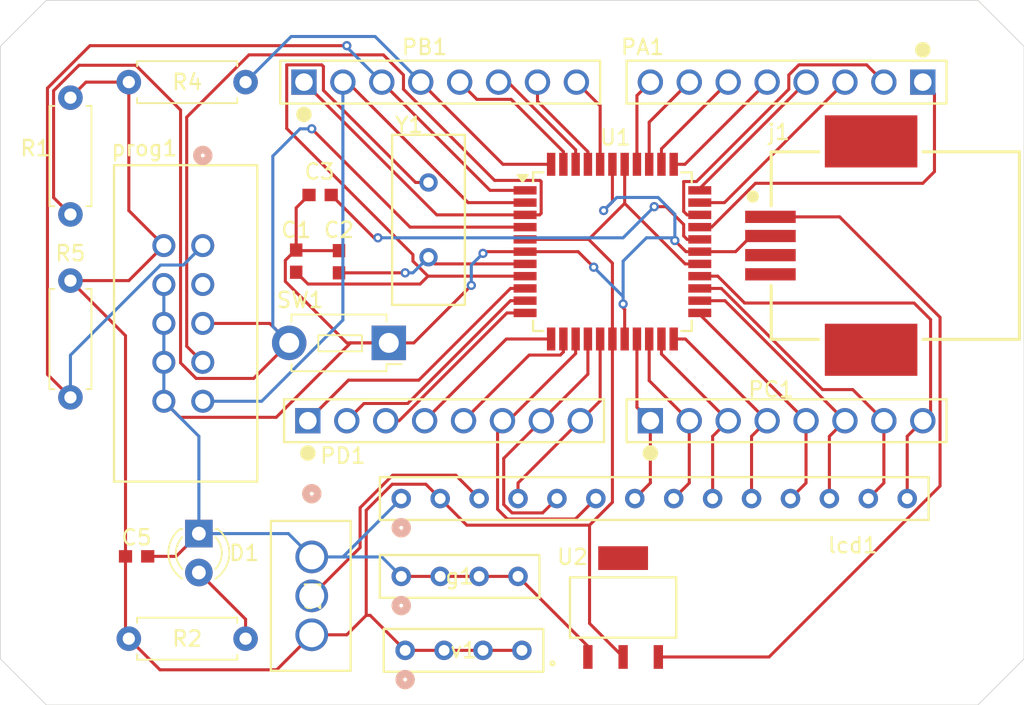
<source format=kicad_pcb>
(kicad_pcb (version 20240108) (generator "pcbnew") (generator_version "8.0")
  (layers (0 "F.Cu" signal) (31 "B.Cu" signal) (34 "B.Paste" user) (35 "F.Paste" user) (36 "B.SilkS" user "B.Silkscreen") (37 "F.SilkS" user "F.Silkscreen") (38 "B.Mask" user) (39 "F.Mask" user) (44 "Edge.Cuts" user))
  (net 0 "")
  (net 1 "/RESET")
  (net 2 "+5")
  (net 3 "Net-(D1-A)")
  (net 4 "Net-(U1-PB4_(~{SS}))")
  (net 5 "/MOSI")
  (net 6 "GND")
  (net 7 "/EN")
  (net 8 "/D2")
  (net 9 "/D6")
  (net 10 "Net-(U1-PD3_(INT1))")
  (net 11 "/D7")
  (net 12 "Net-(U1-PD2_(INT0))")
  (net 13 "Net-(U1-PB1_(T1))")
  (net 14 "/D5")
  (net 15 "Net-(U1-PA5_(ADC5))")
  (net 16 "Net-(U1-PA3_(ADC3))")
  (net 17 "/D4")
  (net 18 "Net-(U1-PB3_(OC0{slash}AIN1))")
  (net 19 "Net-(U1-PB0_(XCK{slash}T0))")
  (net 20 "/D3")
  (net 21 "Net-(U1-PD4_(OC1B))")
  (net 22 "/RS")
  (net 23 "Net-(U1-PB2_(INT2{slash}AIN0))")
  (net 24 "Net-(U1-PA0_(ADC0))")
  (net 25 "/MISO")
  (net 26 "/DO")
  (net 27 "/SCK")
  (net 28 "Net-(U1-XTAL2)")
  (net 29 "Net-(U1-PD1_(TXD))")
  (net 30 "/D1")
  (net 31 "Net-(U1-AREF)")
  (net 32 "Net-(U1-XTAL1)")
  (net 33 "Net-(U1-PA6_(ADC6))")
  (net 34 "Net-(U1-PA2_(ADC2))")
  (net 35 "/RW")
  (net 36 "Net-(U1-PA1_(ADC1))")
  (net 37 "Net-(U1-PD0_(RXD))")
  (net 38 "Net-(U1-PA7_(ADC7))")
  (net 39 "Net-(U1-PA4_(ADC4))")
  (net 40 "Net-(U2-IN)")
  (net 41 "Net-(R3-WIPER)")
  (footprint "J_footprints:CONN_SBH11-PBPC-D05-ST-BK_SUL" (layer "F.Cu") (at 144.018 52.07 -90)
    (property "Reference" "prog1" (at -6.35 3.81 0) (layer "F.SilkS"))
    (property "Value" "~")
    (pad "1" thru_hole circle (at 0 0 270) (size 1.4986 1.4986) (drill 0.9906) (layers "*.Cu" "*.Mask") (net 5 "/MOSI"))
    (pad "2" thru_hole circle (at 0 2.54 270) (size 1.4986 1.4986) (drill 0.9906) (layers "*.Cu" "*.Mask") (net 2 "+5"))
    (pad "3" thru_hole circle (at 2.54 0 270) (size 1.4986 1.4986) (drill 0.9906) (layers "*.Cu" "*.Mask"))
    (pad "4" thru_hole circle (at 2.54 2.54 270) (size 1.4986 1.4986) (drill 0.9906) (layers "*.Cu" "*.Mask") (net 6 "GND"))
    (pad "5" thru_hole circle (at 5.08 0 270) (size 1.4986 1.4986) (drill 0.9906) (layers "*.Cu" "*.Mask") (net 1 "/RESET"))
    (pad "6" thru_hole circle (at 5.08 2.54 270) (size 1.4986 1.4986) (drill 0.9906) (layers "*.Cu" "*.Mask") (net 6 "GND"))
    (pad "7" thru_hole circle (at 7.62 0 270) (size 1.4986 1.4986) (drill 0.9906) (layers "*.Cu" "*.Mask") (net 27 "/SCK"))
    (pad "8" thru_hole circle (at 7.62 2.54 270) (size 1.4986 1.4986) (drill 0.9906) (layers "*.Cu" "*.Mask") (net 6 "GND"))
    (pad "9" thru_hole circle (at 10.16 0 270) (size 1.4986 1.4986) (drill 0.9906) (layers "*.Cu" "*.Mask") (net 25 "/MISO"))
    (pad "10" thru_hole circle (at 10.16 2.54 270) (size 1.4986 1.4986) (drill 0.9906) (layers "*.Cu" "*.Mask") (net 6 "GND"))
  )
  (footprint "J_footprints:G-188_MUR" (layer "F.Cu") (at 151.6761 48.768)
    (property "Reference" "C3" (at -0.0381 -1.524 0) (layer "F.SilkS"))
    (property "Value" "Capacitor 100nF +/-20% 25V 0402" (hide yes))
    (pad "1" smd rect (at -0.7239 0) (size 0.8636 0.8128) (layers "F.Cu" "F.Paste" "F.Mask") (net 6 "GND"))
    (pad "2" smd rect (at 0.7239 0) (size 0.8636 0.8128) (layers "F.Cu" "F.Paste" "F.Mask") (net 31 "Net-(U1-AREF)"))
  )
  (footprint "J_footprints:CONN8_61300811121_WRE" (layer "F.Cu") (at 191.008 41.402 180)
    (property "Reference" "PA1" (at 18.288 2.286 0) (layer "F.SilkS"))
    (property "Value" "~" (hide yes))
    (pad "1" thru_hole rect (at 0 0 180) (size 1.651 1.651) (drill 1.143) (layers "*.Cu" "*.Mask") (net 38 "Net-(U1-PA7_(ADC7))"))
    (pad "2" thru_hole circle (at 2.54 0 180) (size 1.651 1.651) (drill 1.143) (layers "*.Cu" "*.Mask") (net 33 "Net-(U1-PA6_(ADC6))"))
    (pad "3" thru_hole circle (at 5.08 0 180) (size 1.651 1.651) (drill 1.143) (layers "*.Cu" "*.Mask") (net 15 "Net-(U1-PA5_(ADC5))"))
    (pad "4" thru_hole circle (at 7.62 0 180) (size 1.651 1.651) (drill 1.143) (layers "*.Cu" "*.Mask") (net 39 "Net-(U1-PA4_(ADC4))"))
    (pad "5" thru_hole circle (at 10.16 0 180) (size 1.651 1.651) (drill 1.143) (layers "*.Cu" "*.Mask") (net 16 "Net-(U1-PA3_(ADC3))"))
    (pad "6" thru_hole circle (at 12.7 0 180) (size 1.651 1.651) (drill 1.143) (layers "*.Cu" "*.Mask") (net 34 "Net-(U1-PA2_(ADC2))"))
    (pad "7" thru_hole circle (at 15.24 0 180) (size 1.651 1.651) (drill 1.143) (layers "*.Cu" "*.Mask") (net 36 "Net-(U1-PA1_(ADC1))"))
    (pad "8" thru_hole circle (at 17.78 0 180) (size 1.651 1.651) (drill 1.143) (layers "*.Cu" "*.Mask") (net 24 "Net-(U1-PA0_(ADC0))"))
  )
  (footprint "J_footprints:RES3_PV36W103C01B00_BRN" (layer "F.Cu") (at 151.13 72.39 -90)
    (property "Reference" "R3" (at 2.54 0 -90) (layer "F.SilkS"))
    (property "Value" "~")
    (pad "1" thru_hole circle (at 0 0 270) (size 2.1336 2.1336) (drill 1.6256) (layers "*.Cu" "*.Mask") (net 6 "GND"))
    (pad "2" thru_hole circle (at 2.54 0 270) (size 2.1336 2.1336) (drill 1.6256) (layers "*.Cu" "*.Mask") (net 41 "Net-(R3-WIPER)"))
    (pad "3" thru_hole circle (at 5.08 0 270) (size 2.1336 2.1336) (drill 1.6256) (layers "*.Cu" "*.Mask") (net 2 "+5"))
  )
  (footprint "LED_THT:LED_D3.0mm" (layer "F.Cu") (at 143.764 70.866 -90)
    (property "Reference" "D1" (at 1.27 -2.96 180) (layer "F.SilkS"))
    (property "Value" "LED" (hide yes))
    (pad "1" thru_hole rect (at 0 0 270) (size 1.8 1.8) (drill 0.9) (layers "*.Cu" "*.Mask") (net 6 "GND"))
    (pad "2" thru_hole circle (at 2.54 0 270) (size 1.8 1.8) (drill 0.9) (layers "*.Cu" "*.Mask") (net 3 "Net-(D1-A)"))
  )
  (footprint "J_footprints:CONN8_61300811121_WRE" (layer "F.Cu") (at 150.876 63.5)
    (property "Reference" "PD1" (at 2.286 2.286 0) (layer "F.SilkS"))
    (property "Value" "~" (hide yes))
    (pad "1" thru_hole rect (at 0 0) (size 1.651 1.651) (drill 1.143) (layers "*.Cu" "*.Mask") (net 37 "Net-(U1-PD0_(RXD))"))
    (pad "2" thru_hole circle (at 2.54 0) (size 1.651 1.651) (drill 1.143) (layers "*.Cu" "*.Mask") (net 29 "Net-(U1-PD1_(TXD))"))
    (pad "3" thru_hole circle (at 5.08 0) (size 1.651 1.651) (drill 1.143) (layers "*.Cu" "*.Mask") (net 12 "Net-(U1-PD2_(INT0))"))
    (pad "4" thru_hole circle (at 7.62 0) (size 1.651 1.651) (drill 1.143) (layers "*.Cu" "*.Mask") (net 10 "Net-(U1-PD3_(INT1))"))
    (pad "5" thru_hole circle (at 10.16 0) (size 1.651 1.651) (drill 1.143) (layers "*.Cu" "*.Mask") (net 21 "Net-(U1-PD4_(OC1B))"))
    (pad "6" thru_hole circle (at 12.7 0) (size 1.651 1.651) (drill 1.143) (layers "*.Cu" "*.Mask") (net 7 "/EN"))
    (pad "7" thru_hole circle (at 15.24 0) (size 1.651 1.651) (drill 1.143) (layers "*.Cu" "*.Mask") (net 35 "/RW"))
    (pad "8" thru_hole circle (at 17.78 0) (size 1.651 1.651) (drill 1.143) (layers "*.Cu" "*.Mask") (net 22 "/RS"))
  )
  (footprint "Resistor_THT:R_Axial_DIN0207_L6.3mm_D2.5mm_P7.62mm_Horizontal" (layer "F.Cu") (at 135.382 42.418 -90)
    (property "Reference" "R1" (at 3.302 2.286 180) (layer "F.SilkS"))
    (property "Value" "Resistor 470R +/-5% 0805 125 mW" (hide yes))
    (pad "1" thru_hole circle (at 0 0 270) (size 1.6 1.6) (drill 0.8) (layers "*.Cu" "*.Mask") (net 2 "+5"))
    (pad "2" thru_hole oval (at 7.62 0 270) (size 1.6 1.6) (drill 0.8) (layers "*.Cu" "*.Mask") (net 1 "/RESET"))
  )
  (footprint "J_footprints:G-188_MUR" (layer "F.Cu") (at 150.114 53.086 90)
    (property "Reference" "C1" (at 2.032 0 0) (layer "F.SilkS"))
    (property "Value" "Capacitor 100nF +/-20% 25V 0402" (hide yes))
    (pad "1" smd rect (at -0.7239 0 90) (size 0.8636 0.8128) (layers "F.Cu" "F.Paste" "F.Mask") (net 32 "Net-(U1-XTAL1)"))
    (pad "2" smd rect (at 0.7239 0 90) (size 0.8636 0.8128) (layers "F.Cu" "F.Paste" "F.Mask") (net 6 "GND"))
  )
  (footprint "Button_Switch_THT:SW_PUSH_1P1T_6x3.5mm_H5.0_APEM_MJTP1250" (layer "F.Cu") (at 156.158 58.42 180)
    (property "Reference" "SW1" (at 5.79 2.794 0) (layer "F.SilkS"))
    (property "Value" "SW_Push" (hide yes))
    (pad "1" thru_hole rect (at 0 0 270) (size 2.25 2.25) (drill 1.3) (layers "*.Cu" "*.Mask") (net 6 "GND"))
    (pad "2" thru_hole circle (at 6.5 0 270) (size 2.25 2.25) (drill 1.3) (layers "*.Cu" "*.Mask") (net 1 "/RESET"))
  )
  (footprint "J_footprints:G-188_MUR" (layer "F.Cu") (at 152.908 53.1241 90)
    (property "Reference" "C2" (at 2.0701 0 0) (layer "F.SilkS"))
    (property "Value" "Capacitor 100nF +/-20% 25V 0402" (hide yes))
    (pad "1" smd rect (at -0.7239 0 90) (size 0.8636 0.8128) (layers "F.Cu" "F.Paste" "F.Mask") (net 28 "Net-(U1-XTAL2)"))
    (pad "2" smd rect (at 0.7239 0 90) (size 0.8636 0.8128) (layers "F.Cu" "F.Paste" "F.Mask") (net 6 "GND"))
  )
  (footprint "J_footprints:CONN8_61300811121_WRE" (layer "F.Cu") (at 173.228 63.5)
    (property "Reference" "PC1" (at 7.874 -2.032 0) (layer "F.SilkS"))
    (property "Value" "~" (hide yes))
    (pad "1" thru_hole rect (at 0 0) (size 1.651 1.651) (drill 1.143) (layers "*.Cu" "*.Mask") (net 26 "/DO"))
    (pad "2" thru_hole circle (at 2.54 0) (size 1.651 1.651) (drill 1.143) (layers "*.Cu" "*.Mask") (net 30 "/D1"))
    (pad "3" thru_hole circle (at 5.08 0) (size 1.651 1.651) (drill 1.143) (layers "*.Cu" "*.Mask") (net 8 "/D2"))
    (pad "4" thru_hole circle (at 7.62 0) (size 1.651 1.651) (drill 1.143) (layers "*.Cu" "*.Mask") (net 20 "/D3"))
    (pad "5" thru_hole circle (at 10.16 0) (size 1.651 1.651) (drill 1.143) (layers "*.Cu" "*.Mask") (net 17 "/D4"))
    (pad "6" thru_hole circle (at 12.7 0) (size 1.651 1.651) (drill 1.143) (layers "*.Cu" "*.Mask") (net 14 "/D5"))
    (pad "7" thru_hole circle (at 15.24 0) (size 1.651 1.651) (drill 1.143) (layers "*.Cu" "*.Mask") (net 9 "/D6"))
    (pad "8" thru_hole circle (at 17.78 0) (size 1.651 1.651) (drill 1.143) (layers "*.Cu" "*.Mask") (net 11 "/D7"))
  )
  (footprint "J_footprints:CON14_1X14_TU_HTS_SAI" (layer "F.Cu") (at 173.482 68.58)
    (property "Reference" "lcd1" (at 12.954 3.048 0) (layer "F.SilkS"))
    (property "Value" "lcd" (hide yes))
    (pad "1" thru_hole circle (at -16.51 0 90) (size 1.27 1.27) (drill 0.7112) (layers "*.Cu" "*.Mask") (net 6 "GND"))
    (pad "2" thru_hole circle (at -13.97 0 90) (size 1.27 1.27) (drill 0.7112) (layers "*.Cu" "*.Mask") (net 2 "+5"))
    (pad "3" thru_hole circle (at -11.43 0 90) (size 1.27 1.27) (drill 0.7112) (layers "*.Cu" "*.Mask") (net 41 "Net-(R3-WIPER)"))
    (pad "4" thru_hole circle (at -8.89 0 90) (size 1.27 1.27) (drill 0.7112) (layers "*.Cu" "*.Mask") (net 22 "/RS"))
    (pad "5" thru_hole circle (at -6.35 0 90) (size 1.27 1.27) (drill 0.7112) (layers "*.Cu" "*.Mask") (net 35 "/RW"))
    (pad "6" thru_hole circle (at -3.81 0 90) (size 1.27 1.27) (drill 0.7112) (layers "*.Cu" "*.Mask") (net 7 "/EN"))
    (pad "7" thru_hole circle (at -1.27 0 90) (size 1.27 1.27) (drill 0.7112) (layers "*.Cu" "*.Mask") (net 26 "/DO"))
    (pad "8" thru_hole circle (at 1.27 0 90) (size 1.27 1.27) (drill 0.7112) (layers "*.Cu" "*.Mask") (net 30 "/D1"))
    (pad "9" thru_hole circle (at 3.81 0 90) (size 1.27 1.27) (drill 0.7112) (layers "*.Cu" "*.Mask") (net 8 "/D2"))
    (pad "10" thru_hole circle (at 6.35 0 90) (size 1.27 1.27) (drill 0.7112) (layers "*.Cu" "*.Mask") (net 20 "/D3"))
    (pad "11" thru_hole circle (at 8.89 0 90) (size 1.27 1.27) (drill 0.7112) (layers "*.Cu" "*.Mask") (net 17 "/D4"))
    (pad "12" thru_hole circle (at 11.43 0 90) (size 1.27 1.27) (drill 0.7112) (layers "*.Cu" "*.Mask") (net 14 "/D5"))
    (pad "13" thru_hole circle (at 13.97 0 90) (size 1.27 1.27) (drill 0.7112) (layers "*.Cu" "*.Mask") (net 9 "/D6"))
    (pad "14" thru_hole circle (at 16.51 0 90) (size 1.27 1.27) (drill 0.7112) (layers "*.Cu" "*.Mask") (net 11 "/D7"))
  )
  (footprint "J_footprints:SOT223-3_ONS" (layer "F.Cu") (at 171.45 75.692)
    (property "Reference" "U2" (at -3.302 -3.302 0) (layer "F.SilkS"))
    (property "Value" "NCP1117ST33T3G" (hide yes))
    (fp_poly (pts (xy 1.6256 -4.0005) (xy -1.6256 -4.0005) (xy -1.6256 -2.4511) (xy 1.6256 -2.4511)) (fill solid) (layer "F.Cu"))
    (pad "1" smd rect (at -2.2987 3.2258) (size 0.6096 1.5494) (layers "F.Cu" "F.Paste" "F.Mask") (net 6 "GND"))
    (pad "2" smd rect (at 0 3.2258) (size 0.6096 1.5494) (layers "F.Cu" "F.Paste" "F.Mask") (net 2 "+5"))
    (pad "3" smd rect (at 2.2987 3.2258) (size 0.6096 1.5494) (layers "F.Cu" "F.Paste" "F.Mask") (net 40 "Net-(U2-IN)"))
  )
  (footprint "J_footprints:62910416121" (layer "F.Cu") (at 188.214 52.07 90)
    (property "Reference" "j1" (at 7.41 -6.604 180) (layer "F.SilkS"))
    (property "Value" "62910416121" (hide yes))
    (pad "" np_thru_hole circle (at -2.75 0 90) (size 1.3 1.3) (drill 1.3) (layers "*.Cu" "*.Mask"))
    (pad "" np_thru_hole circle (at 2.75 0 90) (size 1.3 1.3) (drill 1.3) (layers "*.Cu" "*.Mask"))
    (pad "1" smd rect (at 1.875 -7.15 270) (size 0.8 3.3) (layers "F.Cu" "F.Paste" "F.Mask") (net 40 "Net-(U2-IN)"))
    (pad "2" smd rect (at -0.625 -7.15 270) (size 0.8 3.3) (layers "F.Cu" "F.Paste" "F.Mask"))
    (pad "3" smd rect (at -1.875 -7.15 270) (size 0.8 3.3) (layers "F.Cu" "F.Paste" "F.Mask"))
    (pad "4" smd rect (at 0.625 -7.15 270) (size 0.8 3.3) (layers "F.Cu" "F.Paste" "F.Mask") (net 6 "GND"))
    (pad "S1" smd rect (at -6.8 -0.58 270) (size 3.4 6.04) (layers "F.Cu" "F.Paste" "F.Mask"))
    (pad "S2" smd rect (at 6.8 -0.58 270) (size 3.4 6.04) (layers "F.Cu" "F.Paste" "F.Mask"))
  )
  (footprint "J_footprints:CONN8_61300811121_WRE" (layer "F.Cu") (at 150.622 41.402)
    (property "Reference" "PB1" (at 7.874 -2.286 0) (layer "F.SilkS"))
    (property "Value" "~" (hide yes))
    (pad "1" thru_hole rect (at 0 0) (size 1.651 1.651) (drill 1.143) (layers "*.Cu" "*.Mask") (net 27 "/SCK"))
    (pad "2" thru_hole circle (at 2.54 0) (size 1.651 1.651) (drill 1.143) (layers "*.Cu" "*.Mask") (net 25 "/MISO"))
    (pad "3" thru_hole circle (at 5.08 0) (size 1.651 1.651) (drill 1.143) (layers "*.Cu" "*.Mask") (net 5 "/MOSI"))
    (pad "4" thru_hole circle (at 7.62 0) (size 1.651 1.651) (drill 1.143) (layers "*.Cu" "*.Mask") (net 4 "Net-(U1-PB4_(~{SS}))"))
    (pad "5" thru_hole circle (at 10.16 0) (size 1.651 1.651) (drill 1.143) (layers "*.Cu" "*.Mask") (net 18 "Net-(U1-PB3_(OC0{slash}AIN1))"))
    (pad "6" thru_hole circle (at 12.7 0) (size 1.651 1.651) (drill 1.143) (layers "*.Cu" "*.Mask") (net 23 "Net-(U1-PB2_(INT2{slash}AIN0))"))
    (pad "7" thru_hole circle (at 15.24 0) (size 1.651 1.651) (drill 1.143) (layers "*.Cu" "*.Mask") (net 13 "Net-(U1-PB1_(T1))"))
    (pad "8" thru_hole circle (at 17.78 0) (size 1.651 1.651) (drill 1.143) (layers "*.Cu" "*.Mask") (net 19 "Net-(U1-PB0_(XCK{slash}T0))"))
  )
  (footprint "Resistor_THT:R_Axial_DIN0207_L6.3mm_D2.5mm_P7.62mm_Horizontal" (layer "F.Cu") (at 135.382 54.356 -90)
    (property "Reference" "R5" (at -1.778 0 180) (layer "F.SilkS"))
    (property "Value" "Resistor 470R +/-5% 0805 125 mW" (hide yes))
    (pad "1" thru_hole circle (at 0 0 270) (size 1.6 1.6) (drill 0.8) (layers "*.Cu" "*.Mask") (net 2 "+5"))
    (pad "2" thru_hole oval (at 7.62 0 270) (size 1.6 1.6) (drill 0.8) (layers "*.Cu" "*.Mask") (net 5 "/MOSI"))
  )
  (footprint "J_footprints:CON4_1X4_TU_HTS_SAI" (layer "F.Cu") (at 161.036 78.486)
    (property "Reference" "v1" (at 0 0 0) (layer "F.SilkS"))
    (property "Value" "5v" (hide yes))
    (pad "1" thru_hole circle (at -3.81 0 90) (size 1.27 1.27) (drill 0.7112) (layers "*.Cu" "*.Mask") (net 2 "+5"))
    (pad "2" thru_hole circle (at -1.27 0 90) (size 1.27 1.27) (drill 0.7112) (layers "*.Cu" "*.Mask") (net 2 "+5"))
    (pad "3" thru_hole circle (at 1.27 0 90) (size 1.27 1.27) (drill 0.7112) (layers "*.Cu" "*.Mask") (net 2 "+5"))
    (pad "4" thru_hole circle (at 3.81 0 90) (size 1.27 1.27) (drill 0.7112) (layers "*.Cu" "*.Mask") (net 2 "+5"))
  )
  (footprint "J_footprints:G-188_MUR" (layer "F.Cu") (at 139.7 72.3519)
    (property "Reference" "C5" (at 0 -1.2319 0) (layer "F.SilkS"))
    (property "Value" "Capacitor 100nF +/-20% 25V 0402" (hide yes))
    (pad "1" smd rect (at -0.7239 0) (size 0.8636 0.8128) (layers "F.Cu" "F.Paste" "F.Mask") (net 2 "+5"))
    (pad "2" smd rect (at 0.7239 0) (size 0.8636 0.8128) (layers "F.Cu" "F.Paste" "F.Mask") (net 6 "GND"))
  )
  (footprint "J_footprints:ATS08A-E_CTS" (layer "F.Cu") (at 158.75 52.832 90)
    (property "Reference" "Y1" (at 8.636 -1.27 0) (layer "F.SilkS"))
    (property "Value" "8MHz" (hide yes))
    (pad "1" thru_hole circle (at 0 0 90) (size 1.1938 1.1938) (drill 0.6858) (layers "*.Cu" "*.Mask") (net 28 "Net-(U1-XTAL2)"))
    (pad "2" thru_hole circle (at 4.880001 0 90) (size 1.1938 1.1938) (drill 0.6858) (layers "*.Cu" "*.Mask") (net 32 "Net-(U1-XTAL1)"))
  )
  (footprint "Resistor_THT:R_Axial_DIN0207_L6.3mm_D2.5mm_P7.62mm_Horizontal" (layer "F.Cu") (at 139.192 41.402)
    (property "Reference" "R4" (at 3.81 0 0) (layer "F.SilkS"))
    (property "Value" "Resistor 470R +/-5% 0805 125 mW" (hide yes))
    (pad "1" thru_hole circle (at 0 0) (size 1.6 1.6) (drill 0.8) (layers "*.Cu" "*.Mask") (net 2 "+5"))
    (pad "2" thru_hole oval (at 7.62 0) (size 1.6 1.6) (drill 0.8) (layers "*.Cu" "*.Mask") (net 4 "Net-(U1-PB4_(~{SS}))"))
  )
  (footprint "Package_QFP:TQFP-44_10x10mm_P0.8mm" (layer "F.Cu") (at 170.752 52.466)
    (property "Reference" "U1" (at 0.19 -7.45 0) (layer "F.SilkS"))
    (property "Value" "ATmega16A-AU" (hide yes))
    (pad "1" smd rect (at -5.7 -4) (size 1.5 0.55) (layers "F.Cu" "F.Paste" "F.Mask") (net 5 "/MOSI"))
    (pad "2" smd rect (at -5.7 -3.2) (size 1.5 0.55) (layers "F.Cu" "F.Paste" "F.Mask") (net 25 "/MISO"))
    (pad "3" smd rect (at -5.7 -2.4) (size 1.5 0.55) (layers "F.Cu" "F.Paste" "F.Mask") (net 27 "/SCK"))
    (pad "4" smd rect (at -5.7 -1.6) (size 1.5 0.55) (layers "F.Cu" "F.Paste" "F.Mask") (net 1 "/RESET"))
    (pad "5" smd rect (at -5.7 -0.8) (size 1.5 0.55) (layers "F.Cu" "F.Paste" "F.Mask") (net 2 "+5"))
    (pad "6" smd rect (at -5.7 0) (size 1.5 0.55) (layers "F.Cu" "F.Paste" "F.Mask") (net 6 "GND"))
    (pad "7" smd rect (at -5.7 0.8) (size 1.5 0.55) (layers "F.Cu" "F.Paste" "F.Mask") (net 28 "Net-(U1-XTAL2)"))
    (pad "8" smd rect (at -5.7 1.6) (size 1.5 0.55) (layers "F.Cu" "F.Paste" "F.Mask") (net 32 "Net-(U1-XTAL1)"))
    (pad "9" smd rect (at -5.7 2.4) (size 1.5 0.55) (layers "F.Cu" "F.Paste" "F.Mask") (net 37 "Net-(U1-PD0_(RXD))"))
    (pad "10" smd rect (at -5.7 3.2) (size 1.5 0.55) (layers "F.Cu" "F.Paste" "F.Mask") (net 29 "Net-(U1-PD1_(TXD))"))
    (pad "11" smd rect (at -5.7 4) (size 1.5 0.55) (layers "F.Cu" "F.Paste" "F.Mask") (net 12 "Net-(U1-PD2_(INT0))"))
    (pad "12" smd rect (at -4 5.7 90) (size 1.5 0.55) (layers "F.Cu" "F.Paste" "F.Mask") (net 10 "Net-(U1-PD3_(INT1))"))
    (pad "13" smd rect (at -3.2 5.7 90) (size 1.5 0.55) (layers "F.Cu" "F.Paste" "F.Mask") (net 21 "Net-(U1-PD4_(OC1B))"))
    (pad "14" smd rect (at -2.4 5.7 90) (size 1.5 0.55) (layers "F.Cu" "F.Paste" "F.Mask") (net 7 "/EN"))
    (pad "15" smd rect (at -1.6 5.7 90) (size 1.5 0.55) (layers "F.Cu" "F.Paste" "F.Mask") (net 35 "/RW"))
    (pad "16" smd rect (at -0.8 5.7 90) (size 1.5 0.55) (layers "F.Cu" "F.Paste" "F.Mask") (net 22 "/RS"))
    (pad "17" smd rect (at 0 5.7 90) (size 1.5 0.55) (layers "F.Cu" "F.Paste" "F.Mask") (net 2 "+5"))
    (pad "18" smd rect (at 0.8 5.7 90) (size 1.5 0.55) (layers "F.Cu" "F.Paste" "F.Mask") (net 6 "GND"))
    (pad "19" smd rect (at 1.6 5.7 90) (size 1.5 0.55) (layers "F.Cu" "F.Paste" "F.Mask") (net 26 "/DO"))
    (pad "20" smd rect (at 2.4 5.7 90) (size 1.5 0.55) (layers "F.Cu" "F.Paste" "F.Mask") (net 30 "/D1"))
    (pad "21" smd rect (at 3.2 5.7 90) (size 1.5 0.55) (layers "F.Cu" "F.Paste" "F.Mask") (net 8 "/D2"))
    (pad "22" smd rect (at 4 5.7 90) (size 1.5 0.55) (layers "F.Cu" "F.Paste" "F.Mask") (net 20 "/D3"))
    (pad "23" smd rect (at 5.7 4) (size 1.5 0.55) (layers "F.Cu" "F.Paste" "F.Mask") (net 17 "/D4"))
    (pad "24" smd rect (at 5.7 3.2) (size 1.5 0.55) (layers "F.Cu" "F.Paste" "F.Mask") (net 14 "/D5"))
    (pad "25" smd rect (at 5.7 2.4) (size 1.5 0.55) (layers "F.Cu" "F.Paste" "F.Mask") (net 9 "/D6"))
    (pad "26" smd rect (at 5.7 1.6) (size 1.5 0.55) (layers "F.Cu" "F.Paste" "F.Mask") (net 11 "/D7"))
    (pad "27" smd rect (at 5.7 0.8) (size 1.5 0.55) (layers "F.Cu" "F.Paste" "F.Mask") (net 2 "+5"))
    (pad "28" smd rect (at 5.7 0) (size 1.5 0.55) (layers "F.Cu" "F.Paste" "F.Mask") (net 6 "GND"))
    (pad "29" smd rect (at 5.7 -0.8) (size 1.5 0.55) (layers "F.Cu" "F.Paste" "F.Mask") (net 31 "Net-(U1-AREF)"))
    (pad "30" smd rect (at 5.7 -1.6) (size 1.5 0.55) (layers "F.Cu" "F.Paste" "F.Mask") (net 38 "Net-(U1-PA7_(ADC7))"))
    (pad "31" smd rect (at 5.7 -2.4) (size 1.5 0.55) (layers "F.Cu" "F.Paste" "F.Mask") (net 33 "Net-(U1-PA6_(ADC6))"))
    (pad "32" smd rect (at 5.7 -3.2) (size 1.5 0.55) (layers "F.Cu" "F.Paste" "F.Mask") (net 15 "Net-(U1-PA5_(ADC5))"))
    (pad "33" smd rect (at 5.7 -4) (size 1.5 0.55) (layers "F.Cu" "F.Paste" "F.Mask") (net 39 "Net-(U1-PA4_(ADC4))"))
    (pad "34" smd rect (at 4 -5.7 90) (size 1.5 0.55) (layers "F.Cu" "F.Paste" "F.Mask") (net 16 "Net-(U1-PA3_(ADC3))"))
    (pad "35" smd rect (at 3.2 -5.7 90) (size 1.5 0.55) (layers "F.Cu" "F.Paste" "F.Mask") (net 34 "Net-(U1-PA2_(ADC2))"))
    (pad "36" smd rect (at 2.4 -5.7 90) (size 1.5 0.55) (layers "F.Cu" "F.Paste" "F.Mask") (net 36 "Net-(U1-PA1_(ADC1))"))
    (pad "37" smd rect (at 1.6 -5.7 90) (size 1.5 0.55) (layers "F.Cu" "F.Paste" "F.Mask") (net 24 "Net-(U1-PA0_(ADC0))"))
    (pad "38" smd rect (at 0.8 -5.7 90) (size 1.5 0.55) (layers "F.Cu" "F.Paste" "F.Mask") (net 2 "+5"))
    (pad "39" smd rect (at 0 -5.7 90) (size 1.5 0.55) (layers "F.Cu" "F.Paste" "F.Mask") (net 6 "GND"))
    (pad "40" smd rect (at -0.8 -5.7 90) (size 1.5 0.55) (layers "F.Cu" "F.Paste" "F.Mask") (net 19 "Net-(U1-PB0_(XCK{slash}T0))"))
    (pad "41" smd rect (at -1.6 -5.7 90) (size 1.5 0.55) (layers "F.Cu" "F.Paste" "F.Mask") (net 13 "Net-(U1-PB1_(T1))"))
    (pad "42" smd rect (at -2.4 -5.7 90) (size 1.5 0.55) (layers "F.Cu" "F.Paste" "F.Mask") (net 23 "Net-(U1-PB2_(INT2{slash}AIN0))"))
    (pad "43" smd rect (at -3.2 -5.7 90) (size 1.5 0.55) (layers "F.Cu" "F.Paste" "F.Mask") (net 18 "Net-(U1-PB3_(OC0{slash}AIN1))"))
    (pad "44" smd rect (at -4 -5.7 90) (size 1.5 0.55) (layers "F.Cu" "F.Paste" "F.Mask") (net 4 "Net-(U1-PB4_(~{SS}))"))
  )
  (footprint "J_footprints:CON4_1X4_TU_HTS_SAI" (layer "F.Cu") (at 160.782 73.66)
    (property "Reference" "g1" (at 0 0 0) (layer "F.SilkS"))
    (property "Value" "61000418221" (hide yes))
    (pad "1" thru_hole circle (at -3.81 0 90) (size 1.27 1.27) (drill 0.7112) (layers "*.Cu" "*.Mask") (net 6 "GND"))
    (pad "2" thru_hole circle (at -1.27 0 90) (size 1.27 1.27) (drill 0.7112) (layers "*.Cu" "*.Mask") (net 6 "GND"))
    (pad "3" thru_hole circle (at 1.27 0 90) (size 1.27 1.27) (drill 0.7112) (layers "*.Cu" "*.Mask") (net 6 "GND"))
    (pad "4" thru_hole circle (at 3.81 0 90) (size 1.27 1.27) (drill 0.7112) (layers "*.Cu" "*.Mask") (net 6 "GND"))
  )
  (footprint "Resistor_THT:R_Axial_DIN0207_L6.3mm_D2.5mm_P7.62mm_Horizontal" (layer "F.Cu") (at 146.812 77.724 180)
    (property "Reference" "R2" (at 3.81 0 0) (layer "F.SilkS"))
    (property "Value" "Resistor 470R +/-5% 0805 125 mW" (hide yes))
    (pad "1" thru_hole circle (at 0 0 180) (size 1.6 1.6) (drill 0.8) (layers "*.Cu" "*.Mask") (net 3 "Net-(D1-A)"))
    (pad "2" thru_hole oval (at 7.62 0 180) (size 1.6 1.6) (drill 0.8) (layers "*.Cu" "*.Mask") (net 2 "+5"))
  )
  (gr_line (start 130.81 39.068) (end 130.81 79.042) (stroke (width 0.05)) (layer "Edge.Cuts"))
  (gr_line (start 133.81 36.068) (end 130.81 39.068) (stroke (width 0.05)) (layer "Edge.Cuts"))
  (gr_line (start 197.612 39.068) (end 197.612 79.042) (stroke (width 0.05)) (layer "Edge.Cuts"))
  (gr_line (start 194.612 82.042) (end 197.612 79.042) (stroke (width 0.05)) (layer "Edge.Cuts"))
  (gr_line (start 133.81 82.042) (end 194.612 82.042) (stroke (width 0.05)) (layer "Edge.Cuts"))
  (gr_line (start 194.612 36.068) (end 197.612 39.068) (stroke (width 0.05)) (layer "Edge.Cuts"))
  (gr_line (start 133.81 36.068) (end 194.612 36.068) (stroke (width 0.05)) (layer "Edge.Cuts"))
  (gr_line (start 133.81 82.042) (end 130.81 79.042) (stroke (width 0.05)) (layer "Edge.Cuts"))
  (segment (start 135.382 50.038) (end 134.282 48.938) (width 0.2) (layer "F.Cu") (net 1))
  (segment (start 142.5687 59.724635) (end 143.583365 60.7393) (width 0.2) (layer "F.Cu") (net 1))
  (segment (start 134.282 48.938) (end 134.282 41.962365) (width 0.2) (layer "F.Cu") (net 1))
  (segment (start 144.018 57.15) (end 148.388 57.15) (width 0.2) (layer "F.Cu") (net 1))
  (segment (start 134.282 41.962365) (end 135.942365 40.302) (width 0.2) (layer "F.Cu") (net 1))
  (segment (start 139.647635 40.302) (end 142.5687 43.223065) (width 0.2) (layer "F.Cu") (net 1))
  (segment (start 147.3387 60.7393) (end 149.658 58.42) (width 0.2) (layer "F.Cu") (net 1))
  (segment (start 148.388 57.15) (end 149.658 58.42) (width 0.2) (layer "F.Cu") (net 1))
  (segment (start 143.583365 60.7393) (end 147.3387 60.7393) (width 0.2) (layer "F.Cu") (net 1))
  (segment (start 157.546 50.866) (end 151.13 44.45) (width 0.2) (layer "F.Cu") (net 1))
  (segment (start 135.942365 40.302) (end 139.647635 40.302) (width 0.2) (layer "F.Cu") (net 1))
  (segment (start 142.5687 43.223065) (end 142.5687 59.724635) (width 0.2) (layer "F.Cu") (net 1))
  (segment (start 165.052 50.866) (end 157.546 50.866) (width 0.2) (layer "F.Cu") (net 1))
  (via (at 151.13 44.45) (size 0.6) (drill 0.3) (layers "F.Cu" "B.Cu") (net 1))
  (segment (start 148.59 57.352) (end 149.658 58.42) (width 0.2) (layer "B.Cu") (net 1))
  (segment (start 148.59 46.228) (end 148.59 57.352) (width 0.2) (layer "B.Cu") (net 1))
  (segment (start 150.368 44.45) (end 148.59 46.228) (width 0.2) (layer "B.Cu") (net 1))
  (segment (start 151.13 44.45) (end 150.368 44.45) (width 0.2) (layer "B.Cu") (net 1))
  (segment (start 169.25929 76.72709) (end 169.25929 70.315) (width 0.2) (layer "F.Cu") (net 2))
  (segment (start 154.686 76.2) (end 154.94 76.2) (width 0.2) (layer "F.Cu") (net 2))
  (segment (start 157.226 78.486) (end 156.972 78.486) (width 0.2) (layer "F.Cu") (net 2))
  (segment (start 139.192 49.784) (end 141.478 52.07) (width 0.2) (layer "F.Cu") (net 2))
  (segment (start 169.25929 70.315) (end 170.752 68.82229) (width 0.2) (layer "F.Cu") (net 2))
  (segment (start 171.552 49.316) (end 175.502 53.266) (width 0.2) (layer "F.Cu") (net 2))
  (segment (start 170.752 58.166) (end 170.752 53.216) (width 0.2) (layer "F.Cu") (net 2))
  (segment (start 135.382 54.356) (end 139.192 54.356) (width 0.2) (layer "F.Cu") (net 2))
  (segment (start 139.192 41.402) (end 139.192 49.784) (width 0.2) (layer "F.Cu") (net 2))
  (segment (start 139.192 41.402) (end 136.398 41.402) (width 0.2) (layer "F.Cu") (net 2))
  (segment (start 148.844 79.756) (end 151.13 77.47) (width 0.2) (layer "F.Cu") (net 2))
  (segment (start 171.552 46.766) (end 171.552 49.316) (width 0.2) (layer "F.Cu") (net 2))
  (segment (start 138.9761 72.3519) (end 138.9761 57.9501) (width 0.2) (layer "F.Cu") (net 2))
  (segment (start 154.686 69.342) (end 154.686 76.2) (width 0.2) (layer "F.Cu") (net 2))
  (segment (start 138.9761 57.9501) (end 135.382 54.356) (width 0.2) (layer "F.Cu") (net 2))
  (segment (start 157.226 78.486) (end 159.766 78.486) (width 0.2) (layer "F.Cu") (net 2))
  (segment (start 161.247 70.315) (end 169.25929 70.315) (width 0.2) (layer "F.Cu") (net 2))
  (segment (start 156.383 67.645) (end 154.686 69.342) (width 0.2) (layer "F.Cu") (net 2))
  (segment (start 165.052 51.666) (end 169.202 51.666) (width 0.2) (layer "F.Cu") (net 2))
  (segment (start 175.502 53.266) (end 176.452 53.266) (width 0.2) (layer "F.Cu") (net 2))
  (segment (start 162.306 78.486) (end 164.846 78.486) (width 0.2) (layer "F.Cu") (net 2))
  (segment (start 139.192 54.356) (end 141.478 52.07) (width 0.2) (layer "F.Cu") (net 2))
  (segment (start 139.192 77.724) (end 141.224 79.756) (width 0.2) (layer "F.Cu") (net 2))
  (segment (start 159.766 78.486) (end 162.306 78.486) (width 0.2) (layer "F.Cu") (net 2))
  (segment (start 136.398 41.402) (end 135.382 42.418) (width 0.2) (layer "F.Cu") (net 2))
  (segment (start 138.9761 77.5081) (end 139.192 77.724) (width 0.2) (layer "F.Cu") (net 2))
  (segment (start 154.686 76.2) (end 153.416 77.47) (width 0.2) (layer "F.Cu") (net 2))
  (segment (start 158.577 67.645) (end 156.383 67.645) (width 0.2) (layer "F.Cu") (net 2))
  (segment (start 153.416 77.47) (end 151.13 77.47) (width 0.2) (layer "F.Cu") (net 2))
  (segment (start 159.512 68.58) (end 158.577 67.645) (width 0.2) (layer "F.Cu") (net 2))
  (segment (start 159.512 68.58) (end 161.247 70.315) (width 0.2) (layer "F.Cu") (net 2))
  (segment (start 169.202 51.666) (end 171.552 49.316) (width 0.2) (layer "F.Cu") (net 2))
  (segment (start 171.45 78.9178) (end 169.25929 76.72709) (width 0.2) (layer "F.Cu") (net 2))
  (segment (start 170.752 68.82229) (end 170.752 58.166) (width 0.2) (layer "F.Cu") (net 2))
  (segment (start 138.9761 72.3519) (end 138.9761 77.5081) (width 0.2) (layer "F.Cu") (net 2))
  (segment (start 154.94 76.2) (end 157.226 78.486) (width 0.2) (layer "F.Cu") (net 2))
  (segment (start 170.752 53.216) (end 169.202 51.666) (width 0.2) (layer "F.Cu") (net 2))
  (segment (start 141.224 79.756) (end 148.844 79.756) (width 0.2) (layer "F.Cu") (net 2))
  (segment (start 143.764 73.406) (end 146.812 76.454) (width 0.2) (layer "F.Cu") (net 3))
  (segment (start 146.812 76.454) (end 146.812 77.724) (width 0.2) (layer "F.Cu") (net 3))
  (segment (start 163.606 46.766) (end 158.242 41.402) (width 0.2) (layer "F.Cu") (net 4))
  (segment (start 166.752 46.766) (end 163.606 46.766) (width 0.2) (layer "F.Cu") (net 4))
  (segment (start 155.264 38.424) (end 158.242 41.402) (width 0.2) (layer "B.Cu") (net 4))
  (segment (start 149.79 38.424) (end 155.264 38.424) (width 0.2) (layer "B.Cu") (net 4))
  (segment (start 146.812 41.402) (end 149.79 38.424) (width 0.2) (layer "B.Cu") (net 4))
  (segment (start 133.882 60.476) (end 133.882 41.796679) (width 0.2) (layer "F.Cu") (net 5))
  (segment (start 162.766 48.466) (end 165.052 48.466) (width 0.2) (layer "F.Cu") (net 5))
  (segment (start 144.018 52.07) (end 144.272 52.07) (width 0.2) (layer "F.Cu") (net 5))
  (segment (start 155.702 41.402) (end 162.766 48.466) (width 0.2) (layer "F.Cu") (net 5))
  (segment (start 135.382 61.976) (end 133.882 60.476) (width 0.2) (layer "F.Cu") (net 5))
  (segment (start 133.882 41.796679) (end 136.654679 39.024) (width 0.2) (layer "F.Cu") (net 5))
  (segment (start 136.654679 39.024) (end 153.416 39.024) (width 0.2) (layer "F.Cu") (net 5))
  (via (at 153.416 39.024) (size 0.6) (drill 0.3) (layers "F.Cu" "B.Cu") (net 5))
  (segment (start 153.416 39.024) (end 153.416 39.116) (width 0.2) (layer "B.Cu") (net 5))
  (segment (start 142.748 53.34) (end 144.018 52.07) (width 0.2) (layer "B.Cu") (net 5))
  (segment (start 135.382 61.976) (end 135.382 59.222065) (width 0.2) (layer "B.Cu") (net 5))
  (segment (start 141.264065 53.34) (end 142.748 53.34) (width 0.2) (layer "B.Cu") (net 5))
  (segment (start 153.416 39.116) (end 155.702 41.402) (width 0.2) (layer "B.Cu") (net 5))
  (segment (start 135.382 59.222065) (end 141.264065 53.34) (width 0.2) (layer "B.Cu") (net 5))
  (segment (start 171.45 56.134) (end 171.552 56.236) (width 0.2) (layer "F.Cu") (net 6))
  (segment (start 162.418 52.466) (end 165.052 52.466) (width 0.2) (layer "F.Cu") (net 6))
  (segment (start 150.114 49.6062) (end 150.9522 48.768) (width 0.2) (layer "F.Cu") (net 6))
  (segment (start 156.972 73.66) (end 159.512 73.66) (width 0.2) (layer "F.Cu") (net 6))
  (segment (start 150.114 52.3621) (end 150.114 49.6062) (width 0.2) (layer "F.Cu") (net 6))
  (segment (start 150.114 52.3621) (end 150.3299 52.3621) (width 0.2) (layer "F.Cu") (net 6))
  (segment (start 168.516 52.466) (end 165.052 52.466) (width 0.2) (layer "F.Cu") (net 6))
  (segment (start 140.4239 72.3519) (end 142.2781 72.3519) (width 0.2) (layer "F.Cu") (net 6))
  (segment (start 175.55053 52.466) (end 176.452 52.466) (width 0.2) (layer "F.Cu") (net 6))
  (segment (start 142.2781 72.3519) (end 143.764 70.866) (width 0.2) (layer "F.Cu") (net 6))
  (segment (start 148.8107 63.2793) (end 153.67 58.42) (width 0.2) (layer "F.Cu") (net 6))
  (segment (start 153.67 58.42) (end 156.158 58.42) (width 0.2) (layer "F.Cu") (net 6))
  (segment (start 150.368 52.4002) (end 152.908 52.4002) (width 0.2) (layer "F.Cu") (net 6))
  (segment (start 159.512 73.66) (end 162.052 73.66) (width 0.2) (layer "F.Cu") (net 6))
  (segment (start 162.052 73.66) (end 164.592 73.66) (width 0.2) (layer "F.Cu") (net 6))
  (segment (start 170.752 49.212) (end 170.18 49.784) (width 0.2) (layer "F.Cu") (net 6))
  (segment (start 176.452 52.466) (end 178.793 52.466) (width 0.2) (layer "F.Cu") (net 6))
  (segment (start 150.114 52.3621) (end 150.0759 52.3621) (width 0.2) (layer "F.Cu") (net 6))
  (segment (start 149.4076 53.0304) (end 149.4076 54.4116) (width 0.2) (layer "F.Cu") (net 6))
  (segment (start 164.592 73.66) (end 169.1513 78.2193) (width 0.2) (layer "F.Cu") (net 6))
  (segment (start 178.793 52.466) (end 179.814 51.445) (width 0.2) (layer "F.Cu") (net 6))
  (segment (start 162.306 52.578) (end 162.418 52.466) (width 0.2) (layer "F.Cu") (net 6))
  (segment (start 169.1513 78.2193) (end 169.1513 78.9178) (width 0.2) (layer "F.Cu") (net 6))
  (segment (start 174.826265 51.741735) (end 175.55053 52.466) (width 0.2) (layer "F.Cu") (net 6))
  (segment (start 153.416 58.42) (end 156.158 58.42) (width 0.2) (layer "F.Cu") (net 6))
  (segment (start 150.3299 52.3621) (end 150.368 52.4002) (width 0.2) (layer "F.Cu") (net 6))
  (segment (start 150.0759 52.3621) (end 149.4076 53.0304) (width 0.2) (layer "F.Cu") (net 6))
  (segment (start 157.79 58.42) (end 161.544 54.666) (width 0.2) (layer "F.Cu") (net 6))
  (segment (start 169.531 53.481) (end 168.516 52.466) (width 0.2) (layer "F.Cu") (net 6))
  (segment (start 171.552 56.236) (end 171.552 58.166) (width 0.2) (layer "F.Cu") (net 6))
  (segment (start 179.814 51.445) (end 181.064 51.445) (width 0.2) (layer "F.Cu") (net 6))
  (segment (start 170.752 46.766) (end 170.752 49.212) (width 0.2) (layer "F.Cu") (net 6))
  (segment (start 156.158 58.42) (end 157.79 58.42) (width 0.2) (layer "F.Cu") (net 6))
  (segment (start 141.478 62.23) (end 142.5273 63.2793) (width 0.2) (layer "F.Cu") (net 6))
  (segment (start 142.5273 63.2793) (end 148.8107 63.2793) (width 0.2) (layer "F.Cu") (net 6))
  (segment (start 149.4076 54.4116) (end 153.416 58.42) (width 0.2) (layer "F.Cu") (net 6))
  (segment (start 171.45 55.88) (end 171.45 56.134) (width 0.2) (layer "F.Cu") (net 6))
  (via (at 171.45 55.88) (size 0.6) (drill 0.3) (layers "F.Cu" "B.Cu") (net 6))
  (via (at 169.531 53.481) (size 0.6) (drill 0.3) (layers "F.Cu" "B.Cu") (net 6))
  (via (at 162.306 52.578) (size 0.6) (drill 0.3) (layers "F.Cu" "B.Cu") (net 6))
  (via (at 161.544 54.666) (size 0.6) (drill 0.3) (layers "F.Cu" "B.Cu") (net 6))
  (via (at 174.826265 51.741735) (size 0.6) (drill 0.3) (layers "F.Cu" "B.Cu") (net 6))
  (via (at 170.18 49.784) (size 0.6) (drill 0.3) (layers "F.Cu" "B.Cu") (net 6))
  (segment (start 143.764 64.516) (end 143.764 70.866) (width 0.2) (layer "B.Cu") (net 6))
  (segment (start 171.45 53.086) (end 172.974 51.562) (width 0.2) (layer "B.Cu") (net 6))
  (segment (start 170.18 49.784) (end 171.034 48.93) (width 0.2) (layer "B.Cu") (net 6))
  (segment (start 161.544 54.666) (end 161.544 53.34) (width 0.2) (layer "B.Cu") (net 6))
  (segment (start 151.13 72.39) (end 153.162 72.39) (width 0.2) (layer "B.Cu") (net 6))
  (segment (start 141.478 59.69) (end 141.478 57.15) (width 0.2) (layer "B.Cu") (net 6))
  (segment (start 161.544 53.34) (end 162.306 52.578) (width 0.2) (layer "B.Cu") (net 6))
  (segment (start 174.64653 51.562) (end 174.826265 51.741735) (width 0.2) (layer "B.Cu") (net 6))
  (segment (start 169.531 53.481) (end 171.45 55.4) (width 0.2) (layer "B.Cu") (net 6))
  (segment (start 141.478 62.23) (end 141.478 59.69) (width 0.2) (layer "B.Cu") (net 6))
  (segment (start 141.478 57.15) (end 141.478 54.61) (width 0.2) (layer "B.Cu") (net 6))
  (segment (start 171.034 48.93) (end 173.730529 48.93) (width 0.2) (layer "B.Cu") (net 6))
  (segment (start 173.730529 48.93) (end 174.826265 50.025736) (width 0.2) (layer "B.Cu") (net 6))
  (segment (start 155.702 72.39) (end 156.972 73.66) (width 0.2) (layer "B.Cu") (net 6))
  (segment (start 172.974 51.562) (end 174.64653 51.562) (width 0.2) (layer "B.Cu") (net 6))
  (segment (start 174.826265 50.025736) (end 174.826265 51.741735) (width 0.2) (layer "B.Cu") (net 6))
  (segment (start 171.45 55.4) (end 171.45 55.88) (width 0.2) (layer "B.Cu") (net 6))
  (segment (start 141.478 62.23) (end 143.764 64.516) (width 0.2) (layer "B.Cu") (net 6))
  (segment (start 171.45 55.4) (end 171.45 53.086) (width 0.2) (layer "B.Cu") (net 6))
  (segment (start 153.162 72.39) (end 156.972 68.58) (width 0.2) (layer "B.Cu") (net 6))
  (segment (start 149.606 70.866) (end 151.13 72.39) (width 0.2) (layer "B.Cu") (net 6))
  (segment (start 153.162 72.39) (end 155.702 72.39) (width 0.2) (layer "B.Cu") (net 6))
  (segment (start 143.764 70.866) (end 149.606 70.866) (width 0.2) (layer "B.Cu") (net 6))
  (segment (start 163.895 69.915) (end 168.337 69.915) (width 0.2) (layer "F.Cu") (net 7))
  (segment (start 168.337 69.915) (end 169.672 68.58) (width 0.2) (layer "F.Cu") (net 7))
  (segment (start 163.257 63.819) (end 163.257 69.277) (width 0.2) (layer "F.Cu") (net 7))
  (segment (start 163.576 63.5) (end 163.257 63.819) (width 0.2) (layer "F.Cu") (net 7))
  (segment (start 163.576 63.5) (end 163.968 63.5) (width 0.2) (layer "F.Cu") (net 7))
  (segment (start 168.352 59.116) (end 168.352 58.166) (width 0.2) (layer "F.Cu") (net 7))
  (segment (start 163.968 63.5) (end 168.352 59.116) (width 0.2) (layer "F.Cu") (net 7))
  (segment (start 163.257 69.277) (end 163.895 69.915) (width 0.2) (layer "F.Cu") (net 7))
  (segment (start 177.292 64.516) (end 177.292 68.58) (width 0.2) (layer "F.Cu") (net 8))
  (segment (start 178.308 63.5) (end 173.952 59.144) (width 0.2) (layer "F.Cu") (net 8))
  (segment (start 178.308 63.5) (end 177.292 64.516) (width 0.2) (layer "F.Cu") (net 8))
  (segment (start 173.952 59.144) (end 173.952 58.166) (width 0.2) (layer "F.Cu") (net 8))
  (segment (start 188.468 63.5) (end 188.468 67.564) (width 0.2) (layer "F.Cu") (net 9))
  (segment (start 177.859686 54.866) (end 176.452 54.866) (width 0.2) (layer "F.Cu") (net 9))
  (segment (start 188.468 67.564) (end 187.452 68.58) (width 0.2) (layer "F.Cu") (net 9))
  (segment (start 188.468 63.5) (end 186.436 61.468) (width 0.2) (layer "F.Cu") (net 9))
  (segment (start 186.436 61.468) (end 184.461686 61.468) (width 0.2) (layer "F.Cu") (net 9))
  (segment (start 184.461686 61.468) (end 177.859686 54.866) (width 0.2) (layer "F.Cu") (net 9))
  (segment (start 158.496 63.5) (end 163.83 58.166) (width 0.2) (layer "F.Cu") (net 10))
  (segment (start 163.83 58.166) (end 166.752 58.166) (width 0.2) (layer "F.Cu") (net 10))
  (segment (start 191.516 56.896) (end 190.44 55.82) (width 0.2) (layer "F.Cu") (net 11))
  (segment (start 191.008 63.5) (end 189.992 64.516) (width 0.2) (layer "F.Cu") (net 11))
  (segment (start 179.379372 55.82) (end 177.625372 54.066) (width 0.2) (layer "F.Cu") (net 11))
  (segment (start 177.625372 54.066) (end 176.452 54.066) (width 0.2) (layer "F.Cu") (net 11))
  (segment (start 191.516 62.992) (end 191.516 56.896) (width 0.2) (layer "F.Cu") (net 11))
  (segment (start 191.008 63.5) (end 191.516 62.992) (width 0.2) (layer "F.Cu") (net 11))
  (segment (start 190.44 55.82) (end 179.379372 55.82) (width 0.2) (layer "F.Cu") (net 11))
  (segment (start 189.992 64.516) (end 189.992 68.58) (width 0.2) (layer "F.Cu") (net 11))
  (segment (start 163.867685 56.466) (end 165.052 56.466) (width 0.2) (layer "F.Cu") (net 12))
  (segment (start 156.833685 63.5) (end 163.867685 56.466) (width 0.2) (layer "F.Cu") (net 12))
  (segment (start 155.956 63.5) (end 156.833685 63.5) (width 0.2) (layer "F.Cu") (net 12))
  (segment (start 169.152 46.766) (end 169.152 45.941) (width 0.2) (layer "F.Cu") (net 13))
  (segment (start 165.862 42.651) (end 165.862 41.402) (width 0.2) (layer "F.Cu") (net 13))
  (segment (start 169.152 45.941) (end 165.862 42.651) (width 0.2) (layer "F.Cu") (net 13))
  (segment (start 185.928 63.5) (end 178.094 55.666) (width 0.2) (layer "F.Cu") (net 14))
  (segment (start 184.912 64.516) (end 184.912 68.58) (width 0.2) (layer "F.Cu") (net 14))
  (segment (start 185.928 63.5) (end 184.912 64.516) (width 0.2) (layer "F.Cu") (net 14))
  (segment (start 178.094 55.666) (end 176.452 55.666) (width 0.2) (layer "F.Cu") (net 14))
  (segment (start 178.064 49.266) (end 185.928 41.402) (width 0.2) (layer "F.Cu") (net 15))
  (segment (start 176.452 49.266) (end 178.064 49.266) (width 0.2) (layer "F.Cu") (net 15))
  (segment (start 175.484 46.766) (end 180.848 41.402) (width 0.2) (layer "F.Cu") (net 16))
  (segment (start 174.752 46.766) (end 175.484 46.766) (width 0.2) (layer "F.Cu") (net 16))
  (segment (start 176.452 56.564) (end 176.452 56.466) (width 0.2) (layer "F.Cu") (net 17))
  (segment (start 183.388 67.564) (end 182.372 68.58) (width 0.2) (layer "F.Cu") (net 17))
  (segment (start 183.388 63.5) (end 176.452 56.564) (width 0.2) (layer "F.Cu") (net 17))
  (segment (start 183.388 63.5) (end 183.388 67.564) (width 0.2) (layer "F.Cu") (net 17))
  (segment (start 167.552 45.941) (end 164.1385 42.5275) (width 0.2) (layer "F.Cu") (net 18))
  (segment (start 167.552 46.766) (end 167.552 45.941) (width 0.2) (layer "F.Cu") (net 18))
  (segment (start 161.9075 42.5275) (end 160.782 41.402) (width 0.2) (layer "F.Cu") (net 18))
  (segment (start 164.1385 42.5275) (end 161.9075 42.5275) (width 0.2) (layer "F.Cu") (net 18))
  (segment (start 169.952 46.766) (end 169.952 42.952) (width 0.2) (layer "F.Cu") (net 19))
  (segment (start 169.952 42.952) (end 168.402 41.402) (width 0.2) (layer "F.Cu") (net 19))
  (segment (start 180.848 63.5) (end 179.832 64.516) (width 0.2) (layer "F.Cu") (net 20))
  (segment (start 180.848 63.5) (end 175.514 58.166) (width 0.2) (layer "F.Cu") (net 20))
  (segment (start 179.832 64.516) (end 179.832 68.58) (width 0.2) (layer "F.Cu") (net 20))
  (segment (start 175.514 58.166) (end 174.752 58.166) (width 0.2) (layer "F.Cu") (net 20))
  (segment (start 167.352 59.216) (end 167.552 59.016) (width 0.2) (layer "F.Cu") (net 21))
  (segment (start 165.32 59.216) (end 167.352 59.216) (width 0.2) (layer "F.Cu") (net 21))
  (segment (start 167.552 59.016) (end 167.552 58.166) (width 0.2) (layer "F.Cu") (net 21))
  (segment (start 161.036 63.5) (end 165.32 59.216) (width 0.2) (layer "F.Cu") (net 21))
  (segment (start 164.592 67.564) (end 164.592 68.58) (width 0.2) (layer "F.Cu") (net 22))
  (segment (start 169.952 62.204) (end 169.952 58.166) (width 0.2) (layer "F.Cu") (net 22))
  (segment (start 168.656 63.5) (end 164.592 67.564) (width 0.2) (layer "F.Cu") (net 22))
  (segment (start 168.656 63.5) (end 169.952 62.204) (width 0.2) (layer "F.Cu") (net 22))
  (segment (start 163.938 41.402) (end 163.322 41.402) (width 0.2) (layer "F.Cu") (net 23))
  (segment (start 168.352 46.766) (end 168.352 45.816) (width 0.2) (layer "F.Cu") (net 23))
  (segment (start 168.352 45.816) (end 163.938 41.402) (width 0.2) (layer "F.Cu") (net 23))
  (segment (start 172.352 42.278) (end 173.228 41.402) (width 0.2) (layer "F.Cu") (net 24))
  (segment (start 172.352 46.766) (end 172.352 42.278) (width 0.2) (layer "F.Cu") (net 24))
  (segment (start 153.46841 41.402) (end 161.33241 49.266) (width 0.2) (layer "F.Cu") (net 25))
  (segment (start 153.162 41.402) (end 153.46841 41.402) (width 0.2) (layer "F.Cu") (net 25))
  (segment (start 161.33241 49.266) (end 165.052 49.266) (width 0.2) (layer "F.Cu") (net 25))
  (segment (start 153.162 56.931255) (end 153.162 41.402) (width 0.2) (layer "B.Cu") (net 25))
  (segment (start 144.018 62.23) (end 147.863255 62.23) (width 0.2) (layer "B.Cu") (net 25))
  (segment (start 147.863255 62.23) (end 153.162 56.931255) (width 0.2) (layer "B.Cu") (net 25))
  (segment (start 173.228 63.5) (end 172.352 62.624) (width 0.2) (layer "F.Cu") (net 26))
  (segment (start 173.228 67.564) (end 172.212 68.58) (width 0.2) (layer "F.Cu") (net 26))
  (segment (start 173.228 63.5) (end 173.228 67.564) (width 0.2) (layer "F.Cu") (net 26))
  (segment (start 172.352 62.624) (end 172.352 58.166) (width 0.2) (layer "F.Cu") (net 26))
  (segment (start 163.064302 47.816) (end 166.027 47.816) (width 0.2) (layer "F.Cu") (net 27))
  (segment (start 144.018 59.69) (end 142.9687 58.6407) (width 0.2) (layer "F.Cu") (net 27))
  (segment (start 150.622 41.402) (end 159.286 50.066) (width 0.2) (layer "F.Cu") (net 27))
  (segment (start 159.286 50.066) (end 165.052 50.066) (width 0.2) (layer "F.Cu") (net 27))
  (segment (start 166.002 50.066) (end 165.052 50.066) (width 0.2) (layer "F.Cu") (net 27))
  (segment (start 147.034365 39.624) (end 155.804698 39.624) (width 0.2) (layer "F.Cu") (net 27))
  (segment (start 157.1165 41.868198) (end 163.064302 47.816) (width 0.2) (layer "F.Cu") (net 27))
  (segment (start 142.9687 43.689665) (end 147.034365 39.624) (width 0.2) (layer "F.Cu") (net 27))
  (segment (start 166.102 49.966) (end 166.002 50.066) (width 0.2) (layer "F.Cu") (net 27))
  (segment (start 142.9687 58.6407) (end 142.9687 43.689665) (width 0.2) (layer "F.Cu") (net 27))
  (segment (start 155.804698 39.624) (end 157.1165 40.935802) (width 0.2) (layer "F.Cu") (net 27))
  (segment (start 166.102 47.891) (end 166.102 49.966) (width 0.2) (layer "F.Cu") (net 27))
  (segment (start 157.1165 40.935802) (end 157.1165 41.868198) (width 0.2) (layer "F.Cu") (net 27))
  (segment (start 166.027 47.816) (end 166.102 47.891) (width 0.2) (layer "F.Cu") (net 27))
  (segment (start 158.75 52.832) (end 159.184 53.266) (width 0.2) (layer "F.Cu") (net 28))
  (segment (start 159.184 53.266) (end 165.052 53.266) (width 0.2) (layer "F.Cu") (net 28))
  (segment (start 152.908 53.848) (end 157.226 53.848) (width 0.2) (layer "F.Cu") (net 28))
  (via (at 157.226 53.848) (size 0.6) (drill 0.3) (layers "F.Cu" "B.Cu") (net 28))
  (segment (start 157.734 53.848) (end 158.75 52.832) (width 0.2) (layer "B.Cu") (net 28))
  (segment (start 157.226 53.848) (end 157.734 53.848) (width 0.2) (layer "B.Cu") (net 28))
  (segment (start 157.3935 62.3745) (end 164.102 55.666) (width 0.2) (layer "F.Cu") (net 29))
  (segment (start 153.416 63.5) (end 154.5415 62.3745) (width 0.2) (layer "F.Cu") (net 29))
  (segment (start 164.102 55.666) (end 165.052 55.666) (width 0.2) (layer "F.Cu") (net 29))
  (segment (start 154.5415 62.3745) (end 157.3935 62.3745) (width 0.2) (layer "F.Cu") (net 29))
  (segment (start 175.768 63.5) (end 175.768 67.564) (width 0.2) (layer "F.Cu") (net 30))
  (segment (start 175.768 63.5) (end 173.152 60.884) (width 0.2) (layer "F.Cu") (net 30))
  (segment (start 173.152 60.884) (end 173.152 58.166) (width 0.2) (layer "F.Cu") (net 30))
  (segment (start 175.768 67.564) (end 174.752 68.58) (width 0.2) (layer "F.Cu") (net 30))
  (segment (start 173.482 49.53) (end 174.244 49.53) (width 0.2) (layer "F.Cu") (net 31))
  (segment (start 175.402 50.688) (end 175.402 51.441) (width 0.2) (layer "F.Cu") (net 31))
  (segment (start 174.244 49.53) (end 175.402 50.688) (width 0.2) (layer "F.Cu") (net 31))
  (segment (start 155.194 51.562) (end 155.448 51.562) (width 0.2) (layer "F.Cu") (net 31))
  (segment (start 152.4 48.768) (end 155.194 51.562) (width 0.2) (layer "F.Cu") (net 31))
  (segment (start 175.627 51.666) (end 176.452 51.666) (width 0.2) (layer "F.Cu") (net 31))
  (segment (start 175.402 51.441) (end 175.627 51.666) (width 0.2) (layer "F.Cu") (net 31))
  (via (at 173.482 49.53) (size 0.6) (drill 0.3) (layers "F.Cu" "B.Cu") (net 31))
  (via (at 155.448 51.562) (size 0.6) (drill 0.3) (layers "F.Cu" "B.Cu") (net 31))
  (segment (start 173.482 49.53) (end 171.45 51.562) (width 0.2) (layer "B.Cu") (net 31))
  (segment (start 171.45 51.562) (end 155.448 51.562) (width 0.2) (layer "B.Cu") (net 31))
  (segment (start 149.4965 44.4263) (end 157.734 52.6638) (width 0.2) (layer "F.Cu") (net 32))
  (segment (start 157.905856 47.951999) (end 151.892 41.938143) (width 0.2) (layer "F.Cu") (net 32))
  (segment (start 150.8839 54.5798) (end 158.201791 54.5798) (width 0.2) (layer "F.Cu") (net 32))
  (segment (start 151.892 41.938143) (end 151.892 40.386) (width 0.2) (layer "F.Cu") (net 32))
  (segment (start 157.734 52.6638) (end 157.734 53.084409) (width 0.2) (layer "F.Cu") (net 32))
  (segment (start 158.201791 54.5798) (end 158.715591 54.066) (width 0.2) (layer "F.Cu") (net 32))
  (segment (start 151.892 40.386) (end 151.7825 40.2765) (width 0.2) (layer "F.Cu") (net 32))
  (segment (start 150.114 53.8099) (end 150.8839 54.5798) (width 0.2) (layer "F.Cu") (net 32))
  (segment (start 149.4965 40.2765) (end 149.4965 44.4263) (width 0.2) (layer "F.Cu") (net 32))
  (segment (start 157.734 53.084409) (end 158.715591 54.066) (width 0.2) (layer "F.Cu") (net 32))
  (segment (start 158.715591 54.066) (end 165.052 54.066) (width 0.2) (layer "F.Cu") (net 32))
  (segment (start 151.7825 40.2765) (end 149.4965 40.2765) (width 0.2) (layer "F.Cu") (net 32))
  (segment (start 158.75 47.951999) (end 157.905856 47.951999) (width 0.2) (layer "F.Cu") (net 32))
  (segment (start 182.921802 40.2765) (end 187.3425 40.2765) (width 0.2) (layer "F.Cu") (net 33))
  (segment (start 175.402 47.891) (end 176.239698 47.891) (width 0.2) (layer "F.Cu") (net 33))
  (segment (start 187.3425 40.2765) (end 188.468 41.402) (width 0.2) (layer "F.Cu") (net 33))
  (segment (start 175.402 49.841) (end 175.402 47.891) (width 0.2) (layer "F.Cu") (net 33))
  (segment (start 175.627 50.066) (end 175.402 49.841) (width 0.2) (layer "F.Cu") (net 33))
  (segment (start 182.2625 40.935802) (end 182.921802 40.2765) (width 0.2) (layer "F.Cu") (net 33))
  (segment (start 182.2625 41.868198) (end 182.2625 40.935802) (width 0.2) (layer "F.Cu") (net 33))
  (segment (start 176.239698 47.891) (end 182.2625 41.868198) (width 0.2) (layer "F.Cu") (net 33))
  (segment (start 176.452 50.066) (end 175.627 50.066) (width 0.2) (layer "F.Cu") (net 33))
  (segment (start 173.952 45.758) (end 178.308 41.402) (width 0.2) (layer "F.Cu") (net 34))
  (segment (start 173.952 46.766) (end 173.952 45.758) (width 0.2) (layer "F.Cu") (net 34))
  (segment (start 163.657 68.96729) (end 164.20471 69.515) (width 0.2) (layer "F.Cu") (net 35))
  (segment (start 166.116 63.5) (end 163.657 65.959) (width 0.2) (layer "F.Cu") (net 35))
  (segment (start 166.197 69.515) (end 167.132 68.58) (width 0.2) (layer "F.Cu") (net 35))
  (segment (start 164.20471 69.515) (end 166.197 69.515) (width 0.2) (layer "F.Cu") (net 35))
  (segment (start 166.116 63.5) (end 169.152 60.464) (width 0.2) (layer "F.Cu") (net 35))
  (segment (start 163.657 65.959) (end 163.657 68.96729) (width 0.2) (layer "F.Cu") (net 35))
  (segment (start 169.152 60.464) (end 169.152 58.166) (width 0.2) (layer "F.Cu") (net 35))
  (segment (start 173.152 44.018) (end 175.768 41.402) (width 0.2) (layer "F.Cu") (net 36))
  (segment (start 173.152 46.766) (end 173.152 44.018) (width 0.2) (layer "F.Cu") (net 36))
  (segment (start 153.524 60.852) (end 158.116 60.852) (width 0.2) (layer "F.Cu") (net 37))
  (segment (start 164.102 54.866) (end 165.052 54.866) (width 0.2) (layer "F.Cu") (net 37))
  (segment (start 158.116 60.852) (end 164.102 54.866) (width 0.2) (layer "F.Cu") (net 37))
  (segment (start 150.876 63.5) (end 153.524 60.852) (width 0.2) (layer "F.Cu") (net 37))
  (segment (start 191.77 47.244) (end 191.008 48.006) (width 0.2) (layer "F.Cu") (net 38))
  (segment (start 191.77 42.164) (end 191.77 47.244) (width 0.2) (layer "F.Cu") (net 38))
  (segment (start 177.226 50.866) (end 176.452 50.866) (width 0.2) (layer "F.Cu") (net 38))
  (segment (start 191.008 41.402) (end 191.77 42.164) (width 0.2) (layer "F.Cu") (net 38))
  (segment (start 191.008 48.006) (end 180.086 48.006) (width 0.2) (layer "F.Cu") (net 38))
  (segment (start 180.086 48.006) (end 177.226 50.866) (width 0.2) (layer "F.Cu") (net 38))
  (segment (start 176.452 48.338) (end 183.388 41.402) (width 0.2) (layer "F.Cu") (net 39))
  (segment (start 176.452 48.466) (end 176.452 48.338) (width 0.2) (layer "F.Cu") (net 39))
  (segment (start 192.1335 56.7515) (end 185.577 50.195) (width 0.2) (layer "F.Cu") (net 40))
  (segment (start 192.1335 67.76079) (end 192.1335 56.7515) (width 0.2) (layer "F.Cu") (net 40))
  (segment (start 180.97649 78.9178) (end 192.1335 67.76079) (width 0.2) (layer "F.Cu") (net 40))
  (segment (start 185.577 50.195) (end 181.064 50.195) (width 0.2) (layer "F.Cu") (net 40))
  (segment (start 173.7487 78.9178) (end 180.97649 78.9178) (width 0.2) (layer "F.Cu") (net 40))
  (segment (start 151.638 74.676) (end 151.6713 74.7093) (width 0.2) (layer "F.Cu") (net 41))
  (segment (start 154.286 71.774) (end 154.286 69.176314) (width 0.2) (layer "F.Cu") (net 41))
  (segment (start 151.13 74.93) (end 154.286 71.774) (width 0.2) (layer "F.Cu") (net 41))
  (segment (start 160.528 67.056) (end 162.052 68.58) (width 0.2) (layer "F.Cu") (net 41))
  (segment (start 156.406314 67.056) (end 160.528 67.056) (width 0.2) (layer "F.Cu") (net 41))
  (segment (start 154.286 69.176314) (end 156.406314 67.056) (width 0.2) (layer "F.Cu") (net 41))
)
</source>
